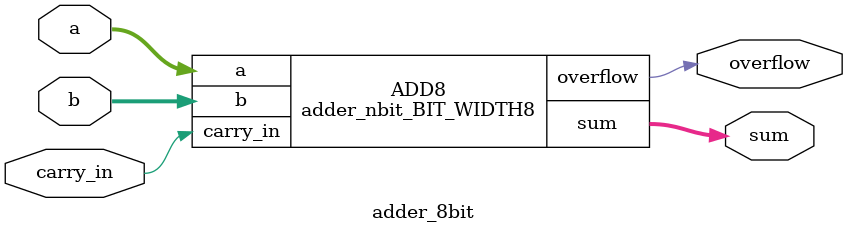
<source format=v>


module adder_1bit_7 ( a, b, carry_in, sum, carry_out );
  input a, b, carry_in;
  output sum, carry_out;
  wire   n1, n2;

  XOR2X1 U1 ( .A(carry_in), .B(n1), .Y(sum) );
  INVX1 U2 ( .A(n2), .Y(carry_out) );
  AOI22X1 U3 ( .A(b), .B(a), .C(n1), .D(carry_in), .Y(n2) );
  XOR2X1 U4 ( .A(a), .B(b), .Y(n1) );
endmodule


module adder_1bit_0 ( a, b, carry_in, sum, carry_out );
  input a, b, carry_in;
  output sum, carry_out;
  wire   n1, n2;

  XOR2X1 U1 ( .A(carry_in), .B(n1), .Y(sum) );
  INVX1 U2 ( .A(n2), .Y(carry_out) );
  AOI22X1 U3 ( .A(b), .B(a), .C(n1), .D(carry_in), .Y(n2) );
  XOR2X1 U4 ( .A(a), .B(b), .Y(n1) );
endmodule


module adder_1bit_1 ( a, b, carry_in, sum, carry_out );
  input a, b, carry_in;
  output sum, carry_out;
  wire   n1, n2;

  XOR2X1 U1 ( .A(carry_in), .B(n1), .Y(sum) );
  INVX1 U2 ( .A(n2), .Y(carry_out) );
  AOI22X1 U3 ( .A(b), .B(a), .C(n1), .D(carry_in), .Y(n2) );
  XOR2X1 U4 ( .A(a), .B(b), .Y(n1) );
endmodule


module adder_1bit_2 ( a, b, carry_in, sum, carry_out );
  input a, b, carry_in;
  output sum, carry_out;
  wire   n1, n2;

  XOR2X1 U1 ( .A(carry_in), .B(n1), .Y(sum) );
  INVX1 U2 ( .A(n2), .Y(carry_out) );
  AOI22X1 U3 ( .A(b), .B(a), .C(n1), .D(carry_in), .Y(n2) );
  XOR2X1 U4 ( .A(a), .B(b), .Y(n1) );
endmodule


module adder_1bit_3 ( a, b, carry_in, sum, carry_out );
  input a, b, carry_in;
  output sum, carry_out;
  wire   n1, n2;

  XOR2X1 U1 ( .A(carry_in), .B(n1), .Y(sum) );
  INVX1 U2 ( .A(n2), .Y(carry_out) );
  AOI22X1 U3 ( .A(b), .B(a), .C(n1), .D(carry_in), .Y(n2) );
  XOR2X1 U4 ( .A(a), .B(b), .Y(n1) );
endmodule


module adder_1bit_4 ( a, b, carry_in, sum, carry_out );
  input a, b, carry_in;
  output sum, carry_out;
  wire   n1, n2;

  XOR2X1 U1 ( .A(carry_in), .B(n1), .Y(sum) );
  INVX1 U2 ( .A(n2), .Y(carry_out) );
  AOI22X1 U3 ( .A(b), .B(a), .C(n1), .D(carry_in), .Y(n2) );
  XOR2X1 U4 ( .A(a), .B(b), .Y(n1) );
endmodule


module adder_1bit_5 ( a, b, carry_in, sum, carry_out );
  input a, b, carry_in;
  output sum, carry_out;
  wire   n1, n2;

  XOR2X1 U1 ( .A(carry_in), .B(n1), .Y(sum) );
  INVX1 U2 ( .A(n2), .Y(carry_out) );
  AOI22X1 U3 ( .A(b), .B(a), .C(n1), .D(carry_in), .Y(n2) );
  XOR2X1 U4 ( .A(a), .B(b), .Y(n1) );
endmodule


module adder_1bit_6 ( a, b, carry_in, sum, carry_out );
  input a, b, carry_in;
  output sum, carry_out;
  wire   n1, n2;

  XOR2X1 U1 ( .A(carry_in), .B(n1), .Y(sum) );
  INVX1 U2 ( .A(n2), .Y(carry_out) );
  AOI22X1 U3 ( .A(b), .B(a), .C(n1), .D(carry_in), .Y(n2) );
  XOR2X1 U4 ( .A(a), .B(b), .Y(n1) );
endmodule


module adder_nbit_BIT_WIDTH8 ( a, b, carry_in, sum, overflow );
  input [7:0] a;
  input [7:0] b;
  output [7:0] sum;
  input carry_in;
  output overflow;

  wire   [7:1] carrys;

  adder_1bit_7 \genblk1[0].IX  ( .a(a[0]), .b(b[0]), .carry_in(carry_in), 
        .sum(sum[0]), .carry_out(carrys[1]) );
  adder_1bit_6 \genblk1[1].IX  ( .a(a[1]), .b(b[1]), .carry_in(carrys[1]), 
        .sum(sum[1]), .carry_out(carrys[2]) );
  adder_1bit_5 \genblk1[2].IX  ( .a(a[2]), .b(b[2]), .carry_in(carrys[2]), 
        .sum(sum[2]), .carry_out(carrys[3]) );
  adder_1bit_4 \genblk1[3].IX  ( .a(a[3]), .b(b[3]), .carry_in(carrys[3]), 
        .sum(sum[3]), .carry_out(carrys[4]) );
  adder_1bit_3 \genblk1[4].IX  ( .a(a[4]), .b(b[4]), .carry_in(carrys[4]), 
        .sum(sum[4]), .carry_out(carrys[5]) );
  adder_1bit_2 \genblk1[5].IX  ( .a(a[5]), .b(b[5]), .carry_in(carrys[5]), 
        .sum(sum[5]), .carry_out(carrys[6]) );
  adder_1bit_1 \genblk1[6].IX  ( .a(a[6]), .b(b[6]), .carry_in(carrys[6]), 
        .sum(sum[6]), .carry_out(carrys[7]) );
  adder_1bit_0 \genblk1[7].IX  ( .a(a[7]), .b(b[7]), .carry_in(carrys[7]), 
        .sum(sum[7]), .carry_out(overflow) );
endmodule


module adder_8bit ( a, b, carry_in, sum, overflow );
  input [7:0] a;
  input [7:0] b;
  output [7:0] sum;
  input carry_in;
  output overflow;


  adder_nbit_BIT_WIDTH8 ADD8 ( .a(a), .b(b), .carry_in(carry_in), .sum(sum), 
        .overflow(overflow) );
endmodule


</source>
